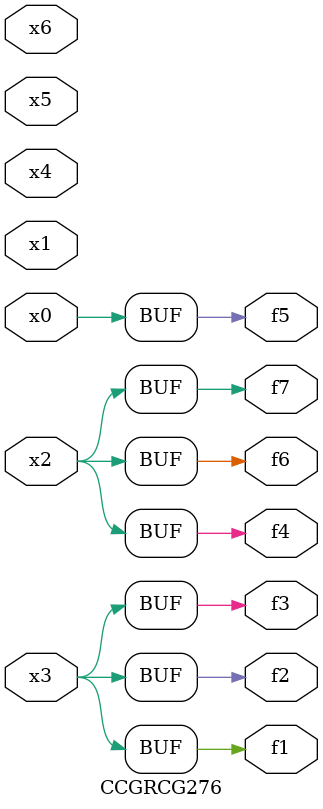
<source format=v>
module CCGRCG276(
	input x0, x1, x2, x3, x4, x5, x6,
	output f1, f2, f3, f4, f5, f6, f7
);
	assign f1 = x3;
	assign f2 = x3;
	assign f3 = x3;
	assign f4 = x2;
	assign f5 = x0;
	assign f6 = x2;
	assign f7 = x2;
endmodule

</source>
